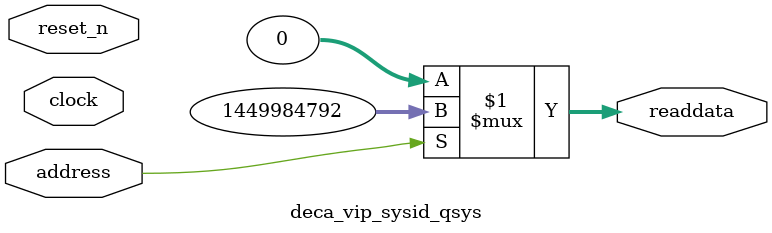
<source format=v>

`timescale 1ns / 1ps
// synthesis translate_on

// turn off superfluous verilog processor warnings 
// altera message_level Level1 
// altera message_off 10034 10035 10036 10037 10230 10240 10030 

module deca_vip_sysid_qsys (
               // inputs:
                address,
                clock,
                reset_n,

               // outputs:
                readdata
             )
;

  output  [ 31: 0] readdata;
  input            address;
  input            clock;
  input            reset_n;

  wire    [ 31: 0] readdata;
  //control_slave, which is an e_avalon_slave
  assign readdata = address ? 1449984792 : 0;

endmodule




</source>
